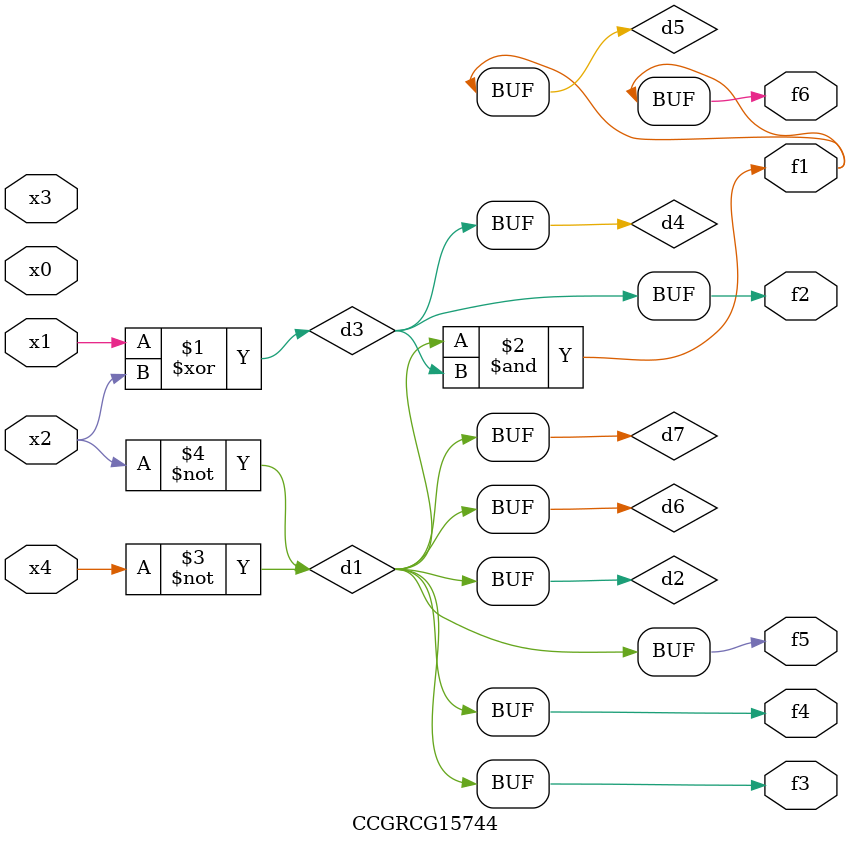
<source format=v>
module CCGRCG15744(
	input x0, x1, x2, x3, x4,
	output f1, f2, f3, f4, f5, f6
);

	wire d1, d2, d3, d4, d5, d6, d7;

	not (d1, x4);
	not (d2, x2);
	xor (d3, x1, x2);
	buf (d4, d3);
	and (d5, d1, d3);
	buf (d6, d1, d2);
	buf (d7, d2);
	assign f1 = d5;
	assign f2 = d4;
	assign f3 = d7;
	assign f4 = d7;
	assign f5 = d7;
	assign f6 = d5;
endmodule

</source>
